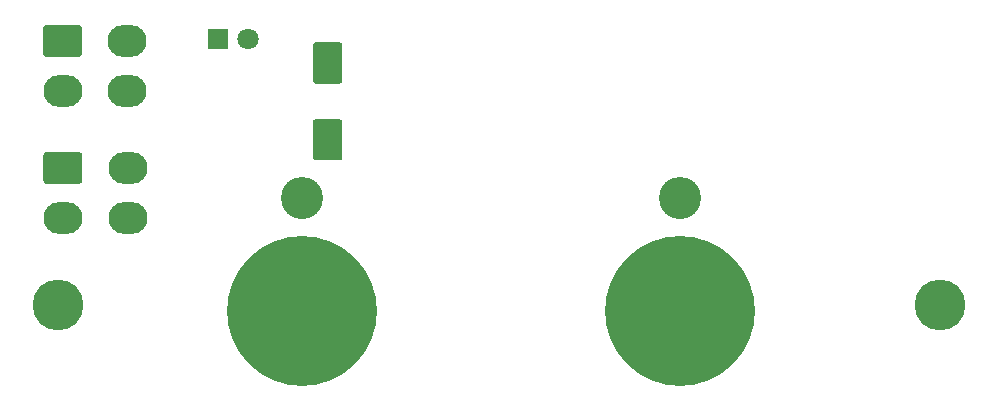
<source format=gbr>
%TF.GenerationSoftware,KiCad,Pcbnew,(5.1.10)-1*%
%TF.CreationDate,2021-10-30T00:49:30-07:00*%
%TF.ProjectId,ANT SEL Panel PCB V2,414e5420-5345-44c2-9050-616e656c2050,rev?*%
%TF.SameCoordinates,Original*%
%TF.FileFunction,Soldermask,Bot*%
%TF.FilePolarity,Negative*%
%FSLAX46Y46*%
G04 Gerber Fmt 4.6, Leading zero omitted, Abs format (unit mm)*
G04 Created by KiCad (PCBNEW (5.1.10)-1) date 2021-10-30 00:49:30*
%MOMM*%
%LPD*%
G01*
G04 APERTURE LIST*
%ADD10O,3.300000X2.700000*%
%ADD11C,4.300000*%
%ADD12C,12.700000*%
%ADD13C,3.572000*%
%ADD14C,1.800000*%
%ADD15R,1.800000X1.800000*%
G04 APERTURE END LIST*
D10*
%TO.C,J2*%
X87930620Y-56889760D03*
X87930620Y-52689760D03*
X82430620Y-56889760D03*
G36*
G01*
X81030621Y-51339760D02*
X83830619Y-51339760D01*
G75*
G02*
X84080620Y-51589761I0J-250001D01*
G01*
X84080620Y-53789759D01*
G75*
G02*
X83830619Y-54039760I-250001J0D01*
G01*
X81030621Y-54039760D01*
G75*
G02*
X80780620Y-53789759I0J250001D01*
G01*
X80780620Y-51589761D01*
G75*
G02*
X81030621Y-51339760I250001J0D01*
G01*
G37*
%TD*%
%TO.C,J1*%
X87905220Y-46137940D03*
X87905220Y-41937940D03*
X82405220Y-46137940D03*
G36*
G01*
X81005221Y-40587940D02*
X83805219Y-40587940D01*
G75*
G02*
X84055220Y-40837941I0J-250001D01*
G01*
X84055220Y-43037939D01*
G75*
G02*
X83805219Y-43287940I-250001J0D01*
G01*
X81005221Y-43287940D01*
G75*
G02*
X80755220Y-43037939I0J250001D01*
G01*
X80755220Y-40837941D01*
G75*
G02*
X81005221Y-40587940I250001J0D01*
G01*
G37*
%TD*%
D11*
%TO.C,1*%
X82060570Y-64255673D03*
%TD*%
%TO.C,2*%
X156673070Y-64255673D03*
%TD*%
D12*
%TO.C,4*%
X102698070Y-64763673D03*
X102698070Y-64763673D03*
D13*
X102698070Y-55238673D03*
%TD*%
%TO.C,3*%
X134702070Y-55238673D03*
D12*
X134702070Y-64763673D03*
X134702070Y-64763673D03*
%TD*%
D14*
%TO.C,D14*%
X98150000Y-41750000D03*
D15*
X95610000Y-41750000D03*
%TD*%
%TO.C,C1*%
G36*
G01*
X105850000Y-45550000D02*
X103850000Y-45550000D01*
G75*
G02*
X103600000Y-45300000I0J250000D01*
G01*
X103600000Y-42300000D01*
G75*
G02*
X103850000Y-42050000I250000J0D01*
G01*
X105850000Y-42050000D01*
G75*
G02*
X106100000Y-42300000I0J-250000D01*
G01*
X106100000Y-45300000D01*
G75*
G02*
X105850000Y-45550000I-250000J0D01*
G01*
G37*
G36*
G01*
X105850000Y-52050000D02*
X103850000Y-52050000D01*
G75*
G02*
X103600000Y-51800000I0J250000D01*
G01*
X103600000Y-48800000D01*
G75*
G02*
X103850000Y-48550000I250000J0D01*
G01*
X105850000Y-48550000D01*
G75*
G02*
X106100000Y-48800000I0J-250000D01*
G01*
X106100000Y-51800000D01*
G75*
G02*
X105850000Y-52050000I-250000J0D01*
G01*
G37*
%TD*%
M02*

</source>
